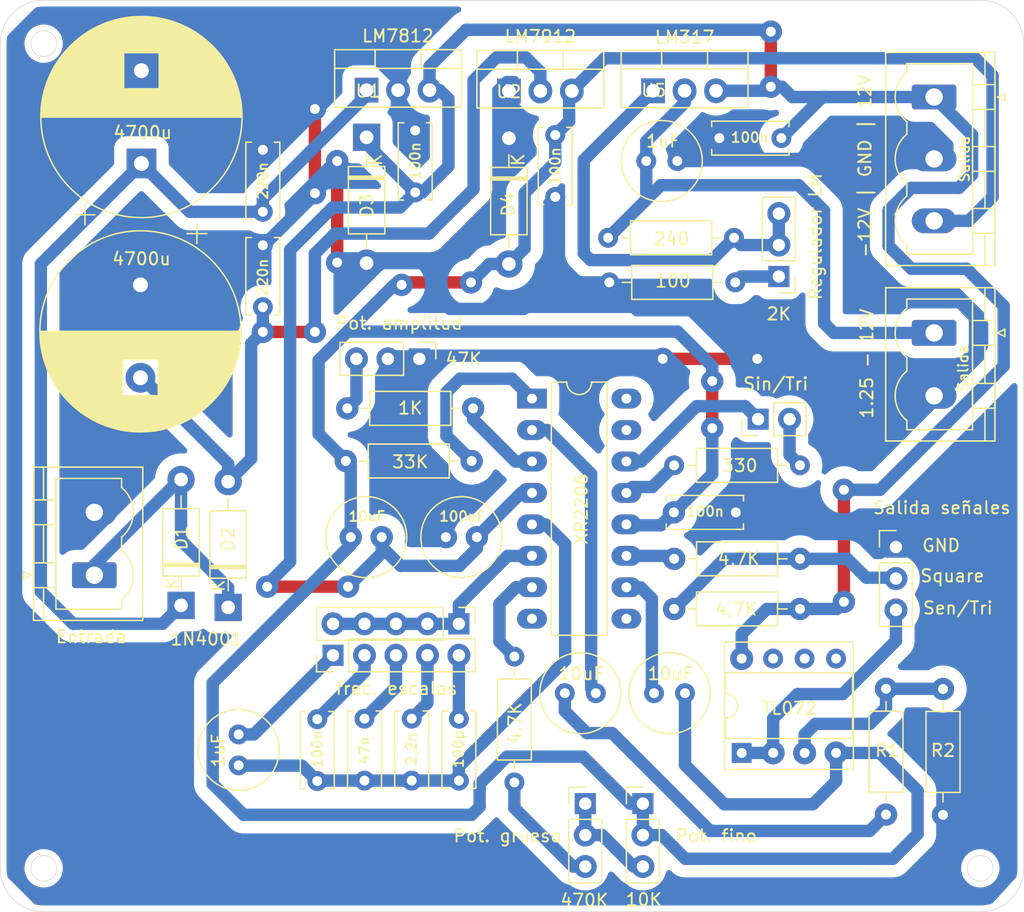
<source format=kicad_pcb>
(kicad_pcb (version 20240108) (generator "pcbnew") (generator_version "8.0")
  (layers (0 "F.Cu" signal) (31 "B.Cu" signal) (34 "B.Paste" user) (35 "F.Paste" user) (36 "B.SilkS" user "B.Silkscreen") (37 "F.SilkS" user "F.Silkscreen") (38 "B.Mask" user) (39 "F.Mask" user) (44 "Edge.Cuts" user))
  (net 0 "")
  (net 1 "GND")
  (net 2 "+12")
  (net 3 "Net-(J1-Pin_5)")
  (net 4 "Net-(U3-TC1)")
  (net 5 "Net-(J1-Pin_4)")
  (net 6 "Net-(J1-Pin_3)")
  (net 7 "Net-(J1-Pin_2)")
  (net 8 "Net-(J1-Pin_1)")
  (net 9 "Net-(D1-K)")
  (net 10 "Net-(D2-A)")
  (net 11 "-12")
  (net 12 "Net-(U3-BIAS)")
  (net 13 "Net-(C16-Pad1)")
  (net 14 "Net-(U3-STO)")
  (net 15 "+5")
  (net 16 "Net-(D1-A)")
  (net 17 "Net-(J2-Pin_1)")
  (net 18 "Net-(J4-Pin_3)")
  (net 19 "Net-(J5-Pin_1)")
  (net 20 "Net-(J5-Pin_2)")
  (net 21 "Net-(J6-Pin_1)")
  (net 22 "Net-(J6-Pin_3)")
  (net 23 "out sine tri")
  (net 24 "SQUARE OUT")
  (net 25 "Net-(J10-Pin_2)")
  (net 26 "Net-(J10-Pin_1)")
  (net 27 "Net-(U3-MO)")
  (net 28 "Net-(U3-AMSI)")
  (net 29 "Net-(U3-WAVEA1)")
  (net 30 "Net-(U3-SYNCO)")
  (net 31 "Net-(U3-TR1)")
  (net 36 "Net-(U4A-+)")
  (footprint "Connector_PinHeader_2.54mm:PinHeader_1x03_P2.54mm_Vertical" (layer "F.Cu") (at 151.675 83.675)
    (property "Reference" "J7" (hide yes))
    (property "Value" "10K")
  )
  (footprint "Capacitor_THT:C_Radial_D6.3mm_H11.0mm_P2.50mm" (layer "F.Cu") (at 130.595 62.155 180)
    (property "Reference" "C9" (hide yes))
    (property "Value" "10uF")
  )
  (footprint "Package_TO_SOT_THT:TO-220-3_Vertical" (layer "F.Cu") (at 152.5 26.1048)
    (property "Reference" "U5")
    (property "Value" "LM317")
  )
  (footprint "Connector_PinHeader_2.54mm:PinHeader_1x05_P2.54mm_Vertical" (layer "F.Cu") (at 126.665 71.695 90)
    (property "Reference" "J1" (hide yes))
    (property "Value" "Conn_01x05" (hide yes))
  )
  (footprint "Diode_THT:D_DO-41_SOD81_P10.16mm_Horizontal" (layer "F.Cu") (at 114.4 67.66 90)
    (property "Reference" "D1")
    (property "Value" "1N4001")
  )
  (footprint "Package_DIP:DIP-16_W7.62mm_LongPads" (layer "F.Cu") (at 142.725 50.965)
    (property "Reference" "U3" (hide yes))
    (property "Value" "XR2206")
  )
  (footprint "Package_TO_SOT_THT:TO-220-3_Vertical" (layer "F.Cu") (at 140.86 26.125)
    (property "Reference" "U2")
    (property "Value" "LM7912")
  )
  (footprint "Diode_THT:D_DO-41_SOD81_P10.16mm_Horizontal" (layer "F.Cu") (at 129.375 29.865 -90)
    (property "Reference" "D3")
    (property "Value" "1N4001" (hide yes))
  )
  (footprint "Connector_Phoenix_MSTB:PhoenixContact_MSTBVA_2,5_2-G-5,08_1x02_P5.08mm_Vertical" (layer "F.Cu") (at 107.4 65.23 90)
    (property "Reference" "J3" (hide yes))
    (property "Value" "IN" (hide yes))
  )
  (footprint "Resistor_THT:R_Axial_DIN0207_L6.3mm_D2.5mm_P10.16mm_Horizontal" (layer "F.Cu") (at 127.695 56.005)
    (property "Reference" "R2" (hide yes))
    (property "Value" "33K")
  )
  (footprint "Capacitor_THT:C_Disc_D6.0mm_W2.5mm_P5.00mm" (layer "F.Cu") (at 162.85 29.93 180)
    (property "Reference" "C17" (hide yes))
    (property "Value" "100n")
  )
  (footprint "Capacitor_THT:C_Radial_D6.3mm_H11.0mm_P2.50mm" (layer "F.Cu") (at 152.575 74.755)
    (property "Reference" "C13" (hide yes))
    (property "Value" "10uF")
  )
  (footprint "Capacitor_THT:C_Disc_D6.0mm_W2.5mm_P5.00mm" (layer "F.Cu") (at 133.295 34.31 90)
    (property "Reference" "C14" (hide yes))
    (property "Value" "100n")
  )
  (footprint "Capacitor_THT:C_Disc_D6.0mm_W2.5mm_P5.00mm" (layer "F.Cu") (at 133.015 81.815 90)
    (property "Reference" "C3" (hide yes))
    (property "Value" "2,2n")
  )
  (footprint "Capacitor_THT:C_Radial_D6.3mm_H11.0mm_P2.50mm" (layer "F.Cu") (at 119.045 78.085 -90)
    (property "Reference" "C6" (hide yes))
    (property "Value" "1uF")
  )
  (footprint "Connector_PinHeader_2.54mm:PinHeader_1x03_P2.54mm_Vertical" (layer "F.Cu") (at 162.65 41.105 180)
    (property "Reference" "J10" (hide yes))
    (property "Value" "Regulador 2K" (hide yes))
  )
  (footprint "Connector_PinHeader_2.54mm:PinHeader_1x03_P2.54mm_Vertical" (layer "F.Cu") (at 133.635 47.754998 -90)
    (property "Reference" "J4" (hide yes))
    (property "Value" "Amplitud 47K" (hide yes))
  )
  (footprint "Connector_PinHeader_2.54mm:PinHeader_1x02_P2.54mm_Vertical" (layer "F.Cu") (at 160.975 52.63 90)
    (property "Reference" "J5" (hide yes))
    (property "Value" "Sin/Tri")
  )
  (footprint "Resistor_THT:R_Axial_DIN0207_L6.3mm_D2.5mm_P10.16mm_Horizontal" (layer "F.Cu") (at 154.195 67.955)
    (property "Reference" "R5" (hide yes))
    (property "Value" "4,7K")
  )
  (footprint "Connector_PinHeader_2.54mm:PinHeader_1x05_P2.54mm_Vertical" (layer "F.Cu") (at 136.825 69.155 -90)
    (property "Reference" "J2" (hide yes))
    (property "Value" "Conn_01x05" (hide yes))
  )
  (footprint "Resistor_THT:R_Axial_DIN0207_L6.3mm_D2.5mm_P10.16mm_Horizontal" (layer "F.Cu") (at 171.3 84.56 90)
    (property "Reference" "R10" (hide yes))
    (property "Value" "algo" (hide yes))
  )
  (footprint "Resistor_THT:R_Axial_DIN0207_L6.3mm_D2.5mm_P10.16mm_Horizontal" (layer "F.Cu") (at 164.355 56.355 180)
    (property "Reference" "R3" (hide yes))
    (property "Value" "330")
  )
  (footprint "Capacitor_THT:C_Radial_D6.3mm_H11.0mm_P2.50mm" (layer "F.Cu") (at 145.375 74.755)
    (property "Reference" "C16" (hide yes))
    (property "Value" "10uF")
  )
  (footprint "Capacitor_THT:C_Radial_D6.3mm_H11.0mm_P2.50mm" (layer "F.Cu") (at 154.45 31.78 180)
    (property "Reference" "C18" (hide yes))
    (property "Value" "1uF")
  )
  (footprint "Diode_THT:D_DO-41_SOD81_P10.16mm_Horizontal" (layer "F.Cu") (at 118.2 67.83 90)
    (property "Reference" "D2")
    (property "Value" "1N4001")
  )
  (footprint "Capacitor_THT:C_Disc_D6.0mm_W2.5mm_P5.00mm" (layer "F.Cu") (at 125.395 76.855 -90)
    (property "Reference" "C5" (hide yes))
    (property "Value" "100n")
  )
  (footprint "Resistor_THT:R_Axial_DIN0207_L6.3mm_D2.5mm_P10.16mm_Horizontal" (layer "F.Cu") (at 154.195 63.905)
    (property "Reference" "R4" (hide yes))
    (property "Value" "4,7K")
  )
  (footprint "Capacitor_THT:C_Radial_D6.3mm_H11.0mm_P2.50mm" (layer "F.Cu") (at 138.275 62.155 180)
    (property "Reference" "C1" (hide yes))
    (property "Value" "100uF")
  )
  (footprint "Resistor_THT:R_Axial_DIN0207_L6.3mm_D2.5mm_P10.16mm_Horizontal" (layer "F.Cu") (at 175.9 74.42 -90)
    (property "Reference" "R9" (hide yes))
    (property "Value" "algo" (hide yes))
  )
  (footprint "Capacitor_THT:C_Disc_D6.0mm_W2.5mm_P5.00mm" (layer "F.Cu") (at 121 38.58 -90)
    (property "Reference" "C11" (hide yes))
    (property "Value" "220n")
  )
  (footprint "Capacitor_THT:C_Disc_D6.0mm_W2.5mm_P5.00mm" (layer "F.Cu") (at 154.175 60.155)
    (property "Reference" "C12" (hide yes))
    (property "Value" "100n")
  )
  (footprint "Capacitor_THT:C_Disc_D6.0mm_W2.5mm_P5.00mm" (layer "F.Cu") (at 144.6 34.68 90)
    (property "Reference" "C15" (hide yes))
    (property "Value" "100n")
  )
  (footprint "Capacitor_THT:CP_Radial_D16.0mm_P7.50mm" (layer "F.Cu") (at 111.125 41.782246 -90)
    (property "Reference" "C8" (hide yes))
    (property "Value" "4700u")
  )
  (footprint "Capacitor_THT:C_Disc_D6.0mm_W2.5mm_P5.00mm" (layer "F.Cu") (at 136.825 76.815 -90)
    (property "Reference" "C2" (hide yes))
    (property "Value" "100p")
  )
  (footprint "Package_DIP:DIP-8_W7.62mm_Socket" (layer "F.Cu") (at 159.65 79.58 90)
    (property "Reference" "U4" (hide yes))
    (property "Value" "TL072")
  )
  (footprint "Capacitor_THT:C_Disc_D6.0mm_W2.5mm_P5.00mm" (layer "F.Cu") (at 129.205 76.815 -90)
    (property "Reference" "C4" (hide yes))
    (property "Value" "47n")
  )
  (footprint "Connector_Phoenix_MSTB:PhoenixContact_MSTBVA_2,5_3-G_1x03_P5.00mm_Vertical" (layer "F.Cu") (at 175.1822 26.61 -90)
    (property "Reference" "J8" (hide yes))
    (property "Value" "Conn_01x03" (hide yes))
  )
  (footprint "Connector_Phoenix_MSTB:PhoenixContact_MSTBVA_2,5_2-G-5,08_1x02_P5.08mm_Vertical" (layer "F.Cu") (at 175.1822 45.66 -90)
    (property "Reference" "J11" (hide yes))
    (property "Value" "1.25 - 12V")
  )
  (footprint "Package_TO_SOT_THT:TO-220-3_Vertical" (layer "F.Cu") (at 129.375 26.055)
    (property "Reference" "U1")
    (property "Value" "LM7812")
  )
  (footprint "Connector_PinHeader_2.54mm:PinHeader_1x03_P2.54mm_Vertical" (layer "F.Cu") (at 147.025 83.675)
    (property "Reference" "J6" (hide yes))
    (property "Value" "470K")
  )
  (footprint "Resistor_THT:R_Axial_DIN0207_L6.3mm_D2.5mm_P10.16mm_Horizontal" (layer "F.Cu") (at 159.03 37.98 180)
    (property "Reference" "R8" (hide yes))
    (property "Value" "240")
  )
  (footprint "Resistor_THT:R_Axial_DIN0207_L6.3mm_D2.5mm_P10.16mm_Horizontal" (layer "F.Cu") (at 148.97 41.58)
    (property "Reference" "R7" (hide yes))
    (property "Value" "100")
  )
  (footprint "Capacitor_THT:C_Disc_D6.0mm_W2.5mm_P5.00mm" (layer "F.Cu") (at 121 35.88 90)
    (property "Reference" "C10" (hide yes))
    (property "Value" "220n")
  )
  (footprint "Connector_PinHeader_2.54mm:PinHeader_1x03_P2.54mm_Vertical" (layer "F.Cu") (at 172.1 62.955)
    (property "Reference" "J9" (hide yes))
    (property "Value" "OUTS" (hide yes))
  )
  (footprint "Diode_THT:D_DO-41_SOD81_P10.16mm_Horizontal" (layer "F.Cu") (at 140.86 29.935 -90)
    (property "Reference" "D4")
    (property "Value" "1N4001" (hide yes))
  )
  (footprint "Capacitor_THT:CP_Radial_D16.0mm_P7.50mm" (layer "F.Cu") (at 111.2 31.98 90)
    (property "Reference" "C7" (hide yes))
    (property "Value" "4700u")
  )
  (footprint "Resistor_THT:R_Axial_DIN0207_L6.3mm_D2.5mm_P10.16mm_Horizontal" (layer "F.Cu") (at 141.3 71.8 -90)
    (property "Reference" "R6" (hide yes))
    (property "Value" "4,7K")
  )
  (footprint "Resistor_THT:R_Axial_DIN0207_L6.3mm_D2.5mm_P10.16mm_Horizontal" (layer "F.Cu") (at 127.815 51.755)
    (property "Reference" "R1" (hide yes))
    (property "Value" "1K")
  )
  (gr_circle (center 178.91 88.9) (end 179.95 88.98) (stroke (width 0.05)) (fill none) (layer "Edge.Cuts"))
  (gr_arc (start 182.41 88.9) (mid 181.384874 91.374874) (end 178.91 92.4) (stroke (width 0.05)) (layer "Edge.Cuts"))
  (gr_line (start 99.81 88.9) (end 99.81 22.3) (stroke (width 0.05)) (layer "Edge.Cuts"))
  (gr_arc (start 99.81 22.3) (mid 100.835126 19.825126) (end 103.31 18.8) (stroke (width 0.05)) (layer "Edge.Cuts"))
  (gr_line (start 103.31 18.8) (end 178.91 18.8) (stroke (width 0.05)) (layer "Edge.Cuts"))
  (gr_arc (start 178.91 18.8) (mid 181.384874 19.825126) (end 182.41 22.3) (stroke (width 0.05)) (layer "Edge.Cuts"))
  (gr_line (start 182.41 22.3) (end 182.41 88.9) (stroke (width 0.05)) (layer "Edge.Cuts"))
  (gr_arc (start 103.31 92.4) (mid 100.835126 91.374874) (end 99.81 88.9) (stroke (width 0.05)) (layer "Edge.Cuts"))
  (gr_line (start 178.91 92.4) (end 103.31 92.4) (stroke (width 0.05)) (layer "Edge.Cuts"))
  (gr_circle (center 103.31 22.3) (end 104.35 22.38) (stroke (width 0.05)) (fill none) (layer "Edge.Cuts"))
  (gr_circle (center 103.31 88.9) (end 104.35 88.98) (stroke (width 0.05)) (fill none) (layer "Edge.Cuts"))
  (gr_text "Sen/Tri" (at 177.1 67.88 0) (layer "F.SilkS") (effects (font (size 1 1))))
  (gr_text "Square" (at 176.65 65.28 0) (layer "F.SilkS") (effects (font (size 1 1))))
  (gr_text "Pot. grueso" (at 136.3 86.28 0) (layer "F.SilkS") (effects (font (size 1 1)) (justify left)))
  (gr_text "47K" (at 137.2 47.78 0) (layer "F.SilkS") (effects (font (size 1 1))))
  (gr_text "Entrada" (at 104.2 70.78 0) (layer "F.SilkS") (effects (font (size 1 1)) (justify left bottom)))
  (gr_text "R1" (at 171.4 79.38 0) (layer "F.SilkS") (effects (font (size 1 1))))
  (gr_text "2K\n" (at 162.65 44.13 0) (layer "F.SilkS") (effects (font (size 1 1))))
  (gr_text "Salida" (at 178 50.48 90) (layer "F.SilkS") (effects (font (size 0.8 0.8)) (justify left bottom)))
  (gr_text "-12V | GND | 12V" (at 169.6 32.18 90) (layer "F.SilkS") (effects (font (size 1 1))))
  (gr_text "Regulador LM" (at 165.6 37.88 90) (layer "F.SilkS") (effects (font (size 1 1))))
  (gr_text "Salida" (at 178.1 33.58 90) (layer "F.SilkS") (effects (font (size 0.8 0.8)) (justify left bottom)))
  (gr_text "Salida señales" (at 175.8 59.78 0) (layer "F.SilkS") (effects (font (size 1 1))))
  (gr_text "Pot. fino\n" (at 154.2 86.28 0) (layer "F.SilkS") (effects (font (size 1 1)) (justify left)))
  (gr_text "GND" (at 175.75 62.83 0) (layer "F.SilkS") (effects (font (size 1 1))))
  (gr_text "Pot. amplitud" (at 132 44.88 0) (layer "F.SilkS") (effects (font (size 1 1))))
  (gr_text "R2" (at 175.9 79.38 0) (layer "F.SilkS") (effects (font (size 1 1))))
  (gr_text "frec. escalas" (at 131.8 74.38 0) (layer "F.SilkS") (effects (font (size 1 1))))
  (segment (start 127 39.98) (end 127 31.78) (width 1) (layer "F.Cu") (net 1))
  (segment (start 125.2 34.38) (end 125.2 27.58) (width 1) (layer "F.Cu") (net 1))
  (segment (start 153.275 47.755) (end 160.91 47.755) (width 1) (layer "F.Cu") (net 1))
  (via (at 127 39.98) (size 1.8) (drill 0.8) (layers "F.Cu" "B.Cu") (net 1))
  (via (at 160.91 47.755) (size 1.8) (drill 0.8) (layers "F.Cu" "B.Cu") (net 1))
  (via (at 153.275 47.755) (size 1.8) (drill 0.8) (layers "F.Cu" "B.Cu") (net 1))
  (via (at 125.2 34.38) (size 1.8) (drill 0.8) (layers "F.Cu" "B.Cu") (net 1))
  (via (at 127 31.78) (size 1.8) (drill 0.8) (layers "F.Cu" "B.Cu") (net 1))
  (via (at 125.2 27.58) (size 1.8) (drill 0.8) (layers "F.Cu" "B.Cu") (net 1))
  (segment (start 107.4 60.15) (end 107.4 45.507246) (width 1) (layer "B.Cu") (net 1))
  (segment (start 159.42 43.83) (end 163.345 47.755) (width 1) (layer "B.Cu") (net 1))
  (segment (start 168.45 43.18) (end 177.25 43.18) (width 1) (layer "B.Cu") (net 1))
  (segment (start 160.91 47.755) (end 163.345 47.755) (width 1) (layer "B.Cu") (net 1))
  (segment (start 140.13 32.45) (end 140.86 31.72) (width 1) (layer "B.Cu") (net 1))
  (segment (start 168.45 34.18) (end 168.45 43.18) (width 1) (layer "B.Cu") (net 1))
  (segment (start 175.1822 31.61) (end 171.02 31.61) (width 1) (layer "B.Cu") (net 1))
  (segment (start 127.045 40.025) (end 127 39.98) (width 1) (layer "B.Cu") (net 1))
  (segment (start 131.095 47.754998) (end 133.635 47.754998) (width 1) (layer "B.Cu") (net 1))
  (segment (start 136.09 43.72) (end 134.71 42.34) (width 1) (layer "B.Cu") (net 1))
  (segment (start 148.97 41.58) (end 145 41.58) (width 1) (layer "B.Cu") (net 1))
  (segment (start 125.2 34.47) (end 125.2 34.38) (width 1) (layer "B.Cu") (net 1))
  (segment (start 142.06 43.72) (end 136.09 43.72) (width 1) (layer "B.Cu") (net 1))
  (segment (start 177.25 43.18) (end 179.05 44.98) (width 1) (layer "B.Cu") (net 1))
  (segment (start 132.87 40.025) (end 135.865 40.025) (width 1) (layer "B.Cu") (net 1))
  (segment (start 133.295 29.31) (end 133.295 29.025) (width 1) (layer "B.Cu") (net 1))
  (segment (start 122.2 23.78) (end 111.9 23.78) (width 1) (layer "B.Cu") (net 1))
  (segment (start 117.6 30.88) (end 111.2 24.48) (width 1) (layer "B.Cu") (net 1))
  (segment (start 121 30.88) (end 117.6 30.88) (width 1) (layer "B.Cu") (net 1))
  (segment (start 175.1822 50.5478) (end 175.1822 50.74) (width 1) (layer "B.Cu") (net 1))
  (segment (start 157.85 29.93) (end 159.53 31.61) (width 1) (layer "B.Cu") (net 1))
  (segment (start 111.9 23.78) (end 111.2 24.48) (width 1) (layer "B.Cu") (net 1))
  (segment (start 133.635 60.015) (end 135.775 62.155) (width 1) (layer "B.Cu") (net 1))
  (segment (start 121 38.58) (end 121.09 38.58) (width 1) (layer "B.Cu") (net 1))
  (segment (start 133.635 47.754998) (end 133.635 60.015) (width 1) (layer "B.Cu") (net 1))
  (segment (start 163.345 47.755) (end 166.33 50.74) (width 1) (layer "B.Cu") (net 1))
  (segment (start 133.295 29.025) (end 131.915 27.645) (width 1) (layer "B.Cu") (net 1))
  (segment (start 159.53 31.61) (end 175.1822 31.61) (width 1) (layer "B.Cu") (net 1))
  (segment (start 127 32.58) (end 125.2 34.38) (width 1) (layer "B.Cu") (net 1))
  (segment (start 156.35 31.78) (end 154.45 31.78) (width 1) (layer "B.Cu") (net 1))
  (segment (start 125.2 26.78) (end 122.2 23.78) (width 1) (layer "B.Cu") (net 1))
  (segment (start 133.889998 47.5) (end 153.02 47.5) (width 1) (layer "B.Cu") (net 1))
  (segment (start 129.8725 23.2) (end 122.78 23.2) (width 1) (layer "B.Cu") (net 1))
  (segment (start 153.02 47.5) (end 153.275 47.755) (width 1) (layer "B.Cu") (net 1))
  (segment (start 129.375 40.025) (end 132.87 40.025) (width 1) (layer "B.Cu") (net 1))
  (segment (start 145 41.58) (end 144.6 41.18) (width 1) (layer "B.Cu") (net 1))
  (segment (start 151.22 43.83) (end 159.42 43.83) (width 1) (layer "B.Cu") (net 1))
  (segment (start 170.025 60.88) (end 172.1 62.955) (width 1) (layer "B.Cu") (net 1))
  (segment (start 133.635 47.754998) (end 133.889998 47.5) (width 1) (layer "B.Cu") (net 1))
  (segment (start 135.865 40.025) (end 140.13 35.76) (width 1) (layer "B.Cu") (net 1))
  (segment (start 166.33 50.74) (end 175.1822 50.74) (width 1) (layer "B.Cu") (net 1))
  (segment (start 122.78 23.2) (end 122.2 23.78) (width 1) (layer "B.Cu") (net 1))
  (segment (start 159.175 60.155) (end 159.9 60.88) (width 1) (layer "B.Cu") (net 1))
  (segment (start 144.6 41.18) (end 142.06 43.72) (width 1) (layer "B.Cu") (net 1))
  (segment (start 140.86 31.72) (end 140.86 29.935) (width 1) (layer "B.Cu") (net 1))
  (segment (start 140.13 35.76) (end 140.13 32.45) (width 1) (layer "B.Cu") (net 1))
  (segment (start 144.6 34.68) (end 144.6 41.18) (width 1) (layer "B.Cu") (net 1))
  (segment (start 114.327246 38.58) (end 111.125 41.782246) (width 1) (layer "B.Cu") (net 1))
  (segment (start 131.915 25.2425) (end 129.8725 23.2) (width 1) (layer "B.Cu") (net 1))
  (segment (start 121 38.58) (end 114.327246 38.58) (width 1) (layer "B.Cu") (net 1))
  (segment (start 148.97 41.58) (end 151.22 43.83) (width 1) (layer "B.Cu") (net 1))
  (segment (start 107.4 45.507246) (end 111.125 41.782246) (width 1) (layer "B.Cu") (net 1))
  (segment (start 179.05 44.98) (end 179.05 46.68) (width 1) (layer "B.Cu") (net 1))
  (segment (start 157.85 30.28) (end 156.35 31.78) (width 1) (layer "B.Cu") (net 1))
  (segment (start 121.09 38.58) (end 125.2 34.47) (width 1) (layer "B.Cu") (net 1))
  (segment (start 125.2 27.58) (end 125.2 26.78) (width 1) (layer "B.Cu") (net 1))
  (segment (start 131.915 27.645) (end 131.915 26.055) (width 1) (layer "B.Cu") (net 1))
  (segment (start 159.9 60.88) (end 170.025 60.88) (width 1) (layer "B.Cu") (net 1))
  (segment (start 127 31.78) (end 127 32.58) (width 1) (layer "B.Cu") (net 1))
  (segment (start 157.85 29.93) (end 157.85 30.28) (width 1) (layer "B.Cu") (net 1))
  (segment (start 134.71 42.34) (end 134.71 40.025) (width 1) (layer "B.Cu") (net 1))
  (segment (start 134.71 40.025) (end 132.87 40.025) (width 1) (layer "B.Cu") (net 1))
  (segment (start 140.86 26.125) (end 140.86 29.935) (width 1) (layer "B.Cu") (net 1))
  (segment (start 171.02 31.61) (end 168.45 34.18) (width 1) (layer "B.Cu") (net 1))
  (segment (start 129.375 40.025) (end 127.045 40.025) (width 1) (layer "B.Cu") (net 1))
  (segment (start 179.05 46.68) (end 175.1822 50.5478) (width 1) (layer "B.Cu") (net 1))
  (segment (start 131.915 26.055) (end 131.915 25.2425) (width 1) (layer "B.Cu") (net 1))
  (segment (start 167.9 67.38) (end 167.9 58.33) (width 1) (layer "F.Cu") (net 2))
  (segment (start 127.875 66.155) (end 121.35 66.155) (width 1) (layer "F.Cu") (net 2))
  (segment (start 162 21.33) (end 162 25.78) (width 1) (layer "F.Cu") (net 2))
  (via (at 121.35 66.155) (size 1.8) (drill 0.8) (layers "F.Cu" "B.Cu") (net 2))
  (via (at 167.9 67.38) (size 1.8) (drill 0.8) (layers "F.Cu" "B.Cu") (net 2))
  (via (at 167.9 58.33) (size 1.8) (drill 0.8) (layers "F.Cu" "B.Cu") (net 2))
  (via (at 162 25.78) (size 1.8) (drill 0.8) (layers "F.Cu" "B.Cu") (net 2))
  (via (at 162 21.33) (size 1.8) (drill 0.8) (layers "F.Cu" "B.Cu") (net 2))
  (via (at 127.875 66.155) (size 1.8) (drill 0.8) (layers "F.Cu" "B.Cu") (net 2))
  (segment (start 166.5 26.61) (end 175.1822 26.61) (width 1) (layer "B.Cu") (net 2))
  (segment (start 164.355 67.955) (end 167.325 67.955) (width 1) (layer "B.Cu") (net 2))
  (segment (start 129.375 29.865) (end 129.375 30.39) (width 1) (layer "B.Cu") (net 2))
  (segment (start 173.35 40.48) (end 171.5 38.63) (width 1) (layer "B.Cu") (net 2))
  (segment (start 138.275 63.065) (end 136.87 64.47) (width 1) (layer "B.Cu") (net 2))
  (segment (start 121.35 66.155) (end 121.35 65.99) (width 1) (layer "B.Cu") (net 2))
  (segment (start 141.845 58.585) (end 138.275 62.155) (width 1) (layer "B.Cu") (net 2))
  (segment (start 159.65 71.96) (end 159.65 69.98) (width 1) (layer "B.Cu") (net 2))
  (segment (start 134.455 24.135) (end 134.455 26.055) (width 1) (layer "B.Cu") (net 2))
  (segment (start 130.595 62.155) (end 130.595 63.435) (width 1) (layer "B.Cu") (net 2))
  (segment (start 166.17 26.61) (end 166.5 26.61) (width 1) (layer "B.Cu") (net 2))
  (segment (start 135.98 32.2) (end 133.87 34.31) (width 1) (layer "B.Cu") (net 2))
  (segment (start 142.725 58.585) (end 141.845 58.585) (width 1) (layer "B.Cu") (net 2))
  (segment (start 135.275 26.055) (end 135.98 26.76) (width 1) (layer "B.Cu") (net 2))
  (segment (start 162 25.78) (end 162.9 25.78) (width 1) (layer "B.Cu") (net 2))
  (segment (start 180.8 48.342932) (end 180.8 43.48) (width 1) (layer "B.Cu") (net 2))
  (segment (start 180.8 43.48) (end 177.8 40.48) (width 1) (layer "B.Cu") (net 2))
  (segment (start 162.9 25.78) (end 163.73 26.61) (width 1) (layer "B.Cu") (net 2))
  (segment (start 177.1822 33.9478) (end 178.25 32.88) (width 1) (layer "B.Cu") (net 2))
  (segment (start 177.8 40.48) (end 173.35 40.48) (width 1) (layer "B.Cu") (net 2))
  (segment (start 138.275 62.155) (end 138.275 63.065) (width 1) (layer "B.Cu") (net 2))
  (segment (start 132.075 35.53) (end 133.295 34.31) (width 1) (layer "B.Cu") (net 2))
  (segment (start 123.2 38.96) (end 126.63 35.53) (width 1) (layer "B.Cu") (net 2))
  (segment (start 178.25 29.6778) (end 175.1822 26.61) (width 1) (layer "B.Cu") (net 2))
  (segment (start 167.325 67.955) (end 167.9 67.38) (width 1) (layer "B.Cu") (net 2))
  (segment (start 161.675 67.955) (end 164.355 67.955) (width 1) (layer "B.Cu") (net 2))
  (segment (start 134.455 26.055) (end 135.275 26.055) (width 1) (layer "B.Cu") (net 2))
  (segment (start 171.5 38.63) (end 171.5 35.78) (width 1) (layer "B.Cu") (net 2))
  (segment (start 121.35 65.99) (end 123.2 64.14) (width 1) (layer "B.Cu") (net 2))
  (segment (start 171.5 35.78) (end 173.3322 33.9478) (width 1) (layer "B.Cu") (net 2))
  (segment (start 123.2 64.14) (end 123.2 38.96) (width 1) (layer "B.Cu") (net 2))
  (segment (start 161.6752 26.1048) (end 162 25.78) (width 1) (layer "B.Cu") (net 2))
  (segment (start 163.73 26.61) (end 166.5 26.61) (width 1) (layer "B.Cu") (net 2))
  (segment (start 161.85 21.18) (end 137.41 21.18) (width 1) (layer "B.Cu") (net 2))
  (segment (start 167.9 58.33) (end 170.812932 58.33) (width 1) (layer "B.Cu") (net 2))
  (segment (start 136.87 64.47) (end 132.12 64.47) (width 1) (layer "B.Cu") (net 2))
  (segment (start 132.12 64.47) (end 130.595 62.945) (width 1) (layer "B.Cu") (net 2))
  (segment (start 162 21.33) (end 161.85 21.18) (width 1) (layer "B.Cu") (net 2))
  (segment (start 137.41 21.18) (end 134.455 24.135) (width 1) (layer "B.Cu") (net 2))
  (segment (start 130.595 62.945) (end 130.595 62.155) (width 1) (layer "B.Cu") (net 2))
  (segment (start 162.85 29.93) (end 166.17 26.61) (width 1) (layer "B.Cu") (net 2))
  (segment (start 126.63 35.53) (end 132.075 35.53) (width 1) (layer "B.Cu") (net 2))
  (segment (start 135.98 26.76) (end 135.98 32.2) (width 1) (layer "B.Cu") (net 2))
  (segment (start 133.87 34.31) (end 133.295 34.31) (width 1) (layer "B.Cu") (net 2))
  (segment (start 173.3322 33.9478) (end 177.1822 33.9478) (width 1) (layer "B.Cu") (net 2))
  (segment (start 178.25 32.88) (end 178.25 29.6778) (width 1) (layer "B.Cu") (net 2))
  (segment (start 170.812932 58.33) (end 180.8 48.342932) (width 1) (layer "B.Cu") (net 2))
  (segment (start 159.65 69.98) (end 161.675 67.955) (width 1) (layer "B.Cu") (net 2))
  (segment (start 157.58 26.1048) (end 161.6752 26.1048) (width 1) (layer "B.Cu") (net 2))
  (segment (start 129.375 30.39) (end 133.295 34.31) (width 1) (layer "B.Cu") (net 2))
  (segment (start 130.595 63.435) (end 127.875 66.155) (width 1) (layer "B.Cu") (net 2))
  (segment (start 136.825 76.815) (end 136.825 71.695) (width 1) (layer "B.Cu") (net 3))
  (segment (start 136.825 81.815) (end 136.825 80.68363) (width 1) (layer "B.Cu") (net 4))
  (segment (start 136.825 80.68363) (end 145.4 72.10863) (width 1) (layer "B.Cu") (net 4))
  (segment (start 124.15 80.61) (end 119.07 80.61) (width 1) (layer "B.Cu") (net 4))
  (segment (start 125.395 81.855) (end 124.15 80.61) (width 1) (layer "B.Cu") (net 4))
  (segment (start 145.4 62.7) (end 143.825 61.125) (width 1) (layer "B.Cu") (net 4))
  (segment (start 143.825 61.125) (end 142.725 61.125) (width 1) (layer "B.Cu") (net 4))
  (segment (start 125.435 81.815) (end 125.395 81.855) (width 1) (layer "B.Cu") (net 4))
  (segment (start 145.4 72.10863) (end 145.4 62.7) (width 1) (layer "B.Cu") (net 4))
  (segment (start 136.825 81.815) (end 133.015 81.815) (width 1) (layer "B.Cu") (net 4))
  (segment (start 129.205 81.815) (end 125.435 81.815) (width 1) (layer "B.Cu") (net 4))
  (segment (start 133.015 81.815) (end 129.205 81.815) (width 1) (layer "B.Cu") (net 4))
  (segment (start 119.07 80.61) (end 119.045 80.585) (width 1) (layer "B.Cu") (net 4))
  (segment (start 134.285 75.545) (end 133.015 76.815) (width 1) (layer "B.Cu") (net 5))
  (segment (start 134.285 71.695) (end 134.285 75.545) (width 1) (layer "B.Cu") (net 5))
  (segment (start 131.745 71.695) (end 131.745 74.275) (width 1) (layer "B.Cu") (net 6))
  (segment (start 131.745 74.275) (end 129.205 76.815) (width 1) (layer "B.Cu") (net 6))
  (segment (start 129.205 73.045) (end 125.395 76.855) (width 1) (layer "B.Cu") (net 7))
  (segment (start 129.205 71.695) (end 129.205 73.045) (width 1) (layer "B.Cu") (net 7))
  (segment (start 120.275 78.085) (end 119.045 78.085) (width 1) (layer "B.Cu") (net 8))
  (segment (start 126.665 71.695) (end 120.275 78.085) (width 1) (layer "B.Cu") (net 8))
  (segment (start 121 35.88) (end 121 34.84) (width 1) (layer "B.Cu") (net 9))
  (segment (start 112.91 69.15) (end 105.68 69.15) (width 1) (layer "B.Cu") (net 9))
  (segment (start 115.1 35.88) (end 121 35.88) (width 1) (layer "B.Cu") (net 9))
  (segment (start 103.08 40.1) (end 111.2 31.98) (width 1) (layer "B.Cu") (net 9))
  (segment (start 111.2 31.98) (end 115.1 35.88) (width 1) (layer "B.Cu") (net 9))
  (segment (start 114.4 67.66) (end 112.91 69.15) (width 1) (layer "B.Cu") (net 9))
  (segment (start 105.68 69.15) (end 103.08 66.55) (width 1) (layer "B.Cu") (net 9))
  (segment (start 121 34.84) (end 129.375 26.465) (width 1) (layer "B.Cu") (net 9))
  (segment (start 103.08 66.55) (end 103.08 40.1) (width 1) (layer "B.Cu") (net 9))
  (segment (start 129.375 26.465) (end 129.375 26.055) (width 1) (layer "B.Cu") (net 9))
  (segment (start 125.2 45.58) (end 121 45.58) (width 1) (layer "F.Cu") (net 10))
  (via (at 121 45.58) (size 1.8) (drill 0.8) (layers "F.Cu" "B.Cu") (net 10))
  (via (at 125.2 45.58) (size 1.8) (drill 0.8) (layers "F.Cu" "B.Cu") (net 10))
  (segment (start 111.125 49.282246) (end 111.252246 49.282246) (width 1) (layer "B.Cu") (net 10))
  (segment (start 111.252246 49.282246) (end 118.2 56.23) (width 1) (layer "B.Cu") (net 10))
  (segment (start 134.4 37.64) (end 126.82 37.64) (width 1) (layer "B.Cu") (net 10))
  (segment (start 120.06 55.81) (end 118.2 57.67) (width 1) (layer "B.Cu") (net 10))
  (segment (start 142.22 23.41) (end 139.86 23.41) (width 1) (layer "B.Cu") (net 10))
  (segment (start 139.86 23.41) (end 138.01 25.26) (width 1) (layer "B.Cu") (net 10))
  (segment (start 118.2 56.23) (end 118.2 57.67) (width 1) (layer "B.Cu") (net 10))
  (segment (start 138.01 34.03) (end 134.4 37.64) (width 1) (layer "B.Cu") (net 10))
  (segment (start 120.06 46.52) (end 120.06 55.81) (width 1) (layer "B.Cu") (net 10))
  (segment (start 138.01 25.26) (end 138.01 34.03) (width 1) (layer "B.Cu") (net 10))
  (segment (start 143.4 24.59) (end 142.22 23.41) (width 1) (layer "B.Cu") (net 10))
  (segment (start 143.4 26.125) (end 143.4 24.59) (width 1) (layer "B.Cu") (net 10))
  (segment (start 121 45.58) (end 120.06 46.52) (width 1) (layer "B.Cu") (net 10))
  (segment (start 126.82 37.64) (end 125.2 39.26) (width 1) (layer "B.Cu") (net 10))
  (segment (start 125.2 39.26) (end 125.2 45.58) (width 1) (layer "B.Cu") (net 10))
  (segment (start 121 43.58) (end 121 45.58) (width 1) (layer "B.Cu") (net 10))
  (segment (start 137.8 41.58) (end 132.4 41.58) (width 1) (layer "F.Cu") (net 11))
  (segment (start 157.275 53.355) (end 157.275 49.555) (width 1) (layer "F.Cu") (net 11))
  (segment (start 132.4 41.58) (end 132.2 41.78) (width 1) (layer "F.Cu") (net 11))
  (via (at 157.275 49.555) (size 1.8) (drill 0.8) (layers "F.Cu" "B.Cu") (net 11))
  (via (at 157.275 53.355) (size 1.8) (drill 0.8) (layers "F.Cu" "B.Cu") (net 11))
  (via (at 132.2 41.78) (size 1.8) (drill 0.8) (layers "F.Cu" "B.Cu") (net 11))
  (via (at 137.8 41.58) (size 1.8) (drill 0.8) (layers "F.Cu" "B.Cu") (net 11))
  (segment (start 145.72 26.345) (end 145.94 26.125) (width 1) (layer "B.Cu") (net 11))
  (segment (start 154.175 60.155) (end 157.275 57.055) (width 1) (layer "B.Cu") (net 11))
  (segment (start 150.645 83.675) (end 146.85 79.88) (width 1) (layer "B.Cu") (net 11))
  (segment (start 145.72 28.56) (end 145.72 26.345) (width 1) (layer "B.Cu") (net 11))
  (segment (start 158.25 83.73) (end 165.4 83.73) (width 1) (layer "B.Cu") (net 11))
  (segment (start 125.5 53.81) (end 125.5 47.88) (width 1) (layer "B.Cu") (net 11))
  (segment (start 139.285 40.095) (end 137.8 41.58) (width 1) (layer "B.Cu") (net 11))
  (segment (start 153.185 86.215) (end 155.1 88.13) (width 1) (layer "B.Cu") (net 11))
  (segment (start 128.095 62.155) (end 128.095 56.405) (width 1) (layer "B.Cu") (net 11))
  (segment (start 179.9 24.88) (end 178.5 23.48) (width 1) (layer "B.Cu") (net 11))
  (segment (start 154.475 45.555) (end 157.275 48.355) (width 1) (layer "B.Cu") (net 11))
  (segment (start 140.7 79.88) (end 138.5 82.08) (width 1) (layer "B.Cu") (net 11))
  (segment (start 132.2 41.78) (end 131.6 41.78) (width 1) (layer "B.Cu") (net 11))
  (segment (start 150.42 61.2) (end 150.345 61.125) (width 1) (layer "B.Cu") (net 11))
  (segment (start 167.27 81.86) (end 167.27 79.58) (width 1) (layer "B.Cu") (net 11))
  (segment (start 170.8 79.58) (end 167.27 79.58) (width 1) (layer "B.Cu") (net 11))
  (segment (start 177.97 36.61) (end 179.9 34.68) (width 1) (layer "B.Cu") (net 11))
  (segment (start 179.9 34.68) (end 179.9 24.88) (width 1) (layer "B.Cu") (net 11))
  (segment (start 138.5 82.08) (end 138.5 83.93) (width 1) (layer "B.Cu") (net 11))
  (segment (start 125.5 47.88) (end 127.825 45.555) (width 1) (layer "B.Cu") (net 11))
  (segment (start 119.45 84.58) (end 116.95 82.08) (width 1) (layer "B.Cu") (net 11))
  (segment (start 154.175 60.155) (end 153.13 61.2) (width 1) (layer "B.Cu") (net 11))
  (segment (start 116.95 82.08) (end 116.95 73.93) (width 1) (layer "B.Cu") (net 11))
  (segment (start 173.85 86.13) (end 173.85 82.63) (width 1) (layer "B.Cu") (net 11))
  (segment (start 140.86 40.095) (end 139.285 40.095) (width 1) (layer "B.Cu") (net 11))
  (segment (start 155.075 80.555) (end 158.25 83.73) (width 1) (layer "B.Cu") (net 11))
  (segment (start 144.6 29.68) (end 144.6 31.89) (width 1) (layer "B.Cu") (net 11))
  (segment (start 157.275 48.355) (end 157.275 49.555) (width 1) (layer "B.Cu") (net 11))
  (segment (start 138.5 83.93) (end 137.85 84.58) (width 1) (layer "B.Cu") (net 11))
  (segment (start 144.6 29.68) (end 145.72 28.56) (width 1) (layer "B.Cu") (net 11))
  (segment (start 116.95 73.93) (end 128.095 62.785) (width 1) (layer "B.Cu") (net 11))
  (segment (start 146.85 79.88) (end 140.7 79.88) (width 1) (layer "B.Cu") (net 11))
  (segment (start 131.6 41.78) (end 127.825 45.555) (width 1) (layer "B.Cu") (net 11))
  (segment (start 151.675 86.215) (end 153.185 86.215) (width 1) (layer "B.Cu") (net 11))
  (segment (start 142.13 34.36) (end 142.13 38.825) (width 1) (layer "B.Cu") (net 11))
  (segment (start 173.85 82.63) (end 170.8 79.58) (width 1) (layer "B.Cu") (net 11))
  (segment (start 175.1822 36.61) (end 177.97 36.61) (width 1) (layer "B.Cu") (net 11))
  (segment (start 137.85 84.58) (end 119.45 84.58) (width 1) (layer "B.Cu") (net 11))
  (segment (start 151.675 83.675) (end 150.645 83.675) (width 1) (layer "B.Cu") (net 11))
  (segment (start 157.275 57.055) (end 157.275 53.355) (width 1) (layer "B.Cu") (net 11))
  (segment (start 153.13 61.2) (end 150.42 61.2) (width 1) (layer "B.Cu") (net 11))
  (segment (start 148.585 23.48) (end 145.94 26.125) (width 1) (layer "B.Cu") (net 11))
  (segment (start 178.5 23.48) (end 148.585 23.48) (width 1) (layer "B.Cu") (net 11))
  (segment (start 128.095 56.405) (end 127.695 56.005) (width 1) (layer "B.Cu") (net 11))
  (segment (start 127.695 56.005) (end 125.5 53.81) (width 1) (layer "B.Cu") (net 11))
  (segment (start 165.4 83.73) (end 167.27 81.86) (width 1) (layer "B.Cu") (net 11))
  (segment (start 171.85 88.13) (end 173.85 86.13) (width 1) (layer "B.Cu") (net 11))
  (segment (start 128.095 62.785) (end 128.095 62.155) (width 1) (layer "B.Cu") (net 11))
  (segment (start 155.075 74.755) (end 155.075 80.555) (width 1) (layer "B.Cu") (net 11))
  (segment (start 155.1 88.13) (end 171.85 88.13) (width 1) (layer "B.Cu") (net 11))
  (segment (start 151.675 83.675) (end 151.675 86.215) (width 1) (layer "B.Cu") (net 11))
  (segment (start 144.6 31.89) (end 142.13 34.36) (width 1) (layer "B.Cu") (net 11))
  (segment (start 127.825 45.555) (end 154.475 45.555) (width 1) (layer "B.Cu") (net 11))
  (segment (start 142.13 38.825) (end 140.86 40.095) (width 1) (layer "B.Cu") (net 11))
  (segment (start 150.345 66.205) (end 151.485 66.205) (width 1) (layer "B.Cu") (net 12))
  (segment (start 152.4 74.58) (end 152.575 74.755) (width 1) (layer "B.Cu") (net 12))
  (segment (start 152.4 67.12) (end 152.4 74.58) (width 1) (layer "B.Cu") (net 12))
  (segment (start 151.485 66.205) (end 152.4 67.12) (width 1) (layer "B.Cu") (net 12))
  (segment (start 157.1 85.88) (end 169.98 85.88) (width 1) (layer "B.Cu") (net 13))
  (segment (start 149.2 77.98) (end 157.1 85.88) (width 1) (layer "B.Cu") (net 13))
  (segment (start 145.375 76.205) (end 147.15 77.98) (width 1) (layer "B.Cu") (net 13))
  (segment (start 169.98 85.88) (end 171.3 84.56) (width 1) (layer "B.Cu") (net 13))
  (segment (start 145.375 74.755) (end 145.375 76.205) (width 1) (layer "B.Cu") (net 13))
  (segment (start 147.15 77.98) (end 149.2 77.98) (width 1) (layer "B.Cu") (net 13))
  (segment (start 142.725 53.505) (end 143.965 53.505) (width 1) (layer "B.Cu") (net 14))
  (segment (start 143.965 53.505) (end 147.5 57.04) (width 1) (layer "B.Cu") (net 14))
  (segment (start 147.5 57.04) (end 147.5 74.38) (width 1) (layer "B.Cu") (net 14))
  (segment (start 147.5 74.38) (end 147.875 74.755) (width 1) (layer "B.Cu") (net 14))
  (segment (start 166.3 35.78) (end 164.25 33.73) (width 1) (layer "B.Cu") (net 15))
  (segment (start 155.04 26.1048) (end 155.04 27.09) (width 1) (layer "B.Cu") (net 15))
  (segment (start 175.1822 45.66) (end 167.08 45.66) (width 1) (layer "B.Cu") (net 15))
  (segment (start 151.95 30.18) (end 151.95 31.78) (width 1) (layer "B.Cu") (net 15))
  (segment (start 151.95 31.78) (end 151.95 34.9) (width 1) (layer "B.Cu") (net 15))
  (segment (start 151.95 34.9) (end 148.87 37.98) (width 1) (layer "B.Cu") (net 15))
  (segment (start 164.25 33.73) (end 153.12 33.73) (width 1) (layer "B.Cu") (net 15))
  (segment (start 167.08 45.66) (end 166.3 44.88) (width 1) (layer "B.Cu") (net 15))
  (segment (start 166.3 44.88) (end 166.3 35.78) (width 1) (layer "B.Cu") (net 15))
  (segment (start 155.04 27.09) (end 151.95 30.18) (width 1) (layer "B.Cu") (net 15))
  (segment (start 153.12 33.73) (end 151.95 34.9) (width 1) (layer "B.Cu") (net 15))
  (segment (start 107.4 64.4) (end 114.3 57.5) (width 1) (layer "B.Cu") (net 16))
  (segment (start 118.2 66.23) (end 118.2 67.83) (width 1) (layer "B.Cu") (net 16))
  (segment (start 114.4 57.5) (end 114.4 62.43) (width 1) (layer "B.Cu") (net 16))
  (segment (start 114.4 62.43) (end 118.2 66.23) (width 1) (layer "B.Cu") (net 16))
  (segment (start 107.4 65.23) (end 107.4 64.4) (width 1) (layer "B.Cu") (net 16))
  (segment (start 114.3 57.5) (end 114.4 57.5) (width 1) (layer "B.Cu") (net 16))
  (segment (start 140.765 63.665) (end 142.725 63.665) (width 1) (layer "B.Cu") (net 17))
  (segment (start 129.205 69.155) (end 126.665 69.155) (width 1) (layer "B.Cu") (net 17))
  (segment (start 136.825 67.605) (end 140.765 63.665) (width 1) (layer "B.Cu") (net 17))
  (segment (start 136.825 69.155) (end 136.825 67.605) (width 1) (layer "B.Cu") (net 17))
  (segment (start 136.825 69.155) (end 134.285 69.155) (width 1) (layer "B.Cu") (net 17))
  (segment (start 131.745 69.155) (end 129.205 69.155) (width 1) (layer "B.Cu") (net 17))
  (segment (start 134.285 69.155) (end 131.745 69.155) (width 1) (layer "B.Cu") (net 17))
  (segment (start 128.555 47.754998) (end 128.555 51.015) (width 1) (layer "B.Cu") (net 18))
  (segment (start 128.555 51.015) (end 127.815 51.755) (width 1) (layer "B.Cu") (net 18))
  (segment (start 151.535 56.045) (end 150.345 56.045) (width 1) (layer "B.Cu") (net 19))
  (segment (start 160.975 52.63) (end 159.925 51.58) (width 1) (layer "B.Cu") (net 19))
  (segment (start 159.925 51.58) (end 156 51.58) (width 1) (layer "B.Cu") (net 19))
  (segment (start 156 51.58) (end 151.535 56.045) (width 1) (layer "B.Cu") (net 19))
  (segment (start 163.515 55.515) (end 164.355 56.355) (width 1) (layer "B.Cu") (net 20))
  (segment (start 163.515 52.63) (end 163.515 55.515) (width 1) (layer "B.Cu") (net 20))
  (segment (start 147.025 83.675) (end 147.025 86.215) (width 1) (layer "B.Cu") (net 21))
  (segment (start 148.385 86.215) (end 150.925 88.755) (width 1) (layer "B.Cu") (net 21))
  (segment (start 147.025 86.215) (end 148.385 86.215) (width 1) (layer "B.Cu") (net 21))
  (segment (start 150.925 88.755) (end 151.675 88.755) (width 1) (layer "B.Cu") (net 21))
  (segment (start 141.3 81.96) (end 141.3 84.03) (width 1) (layer "B.Cu") (net 22))
  (segment (start 141.3 84.03) (end 146.025 88.755) (width 1) (layer "B.Cu") (net 22))
  (segment (start 146.025 88.755) (end 147.025 88.755) (width 1) (layer "B.Cu") (net 22))
  (segment (start 162.19 79.58) (end 159.65 79.58) (width 1) (layer "B.Cu") (net 23))
  (segment (start 162.19 76.79) (end 164.15 74.83) (width 1) (layer "B.Cu") (net 23))
  (segment (start 164.15 74.83) (end 167.8 74.83) (width 1) (layer "B.Cu") (net 23))
  (segment (start 167.8 74.83) (end 172.1 70.53) (width 1) (layer "B.Cu") (net 23))
  (segment (start 172.1 70.53) (end 172.1 68.035) (width 1) (layer "B.Cu") (net 23))
  (segment (start 162.19 79.58) (end 162.19 76.79) (width 1) (layer "B.Cu") (net 23))
  (segment (start 164.355 63.905) (end 158.245 63.905) (width 1) (layer "B.Cu") (net 24))
  (segment (start 172.035 65.43) (end 172.1 65.495) (width 1) (layer "B.Cu") (net 24))
  (segment (start 168.175 63.905) (end 169.7 65.43) (width 1) (layer "B.Cu") (net 24))
  (segment (start 169.7 65.43) (end 172.035 65.43) (width 1) (layer "B.Cu") (net 24))
  (segment (start 158.245 63.905) (end 154.195 67.955) (width 1) (layer "B.Cu") (net 24))
  (segment (start 164.355 63.905) (end 168.175 63.905) (width 1) (layer "B.Cu") (net 24))
  (segment (start 146.9 31.7048) (end 146.9 39.23) (width 1) (layer "B.Cu") (net 25))
  (segment (start 147.45 39.78) (end 157.23 39.78) (width 1) (layer "B.Cu") (net 25))
  (segment (start 162.65 36.025) (end 162.65 38.565) (width 1) (layer "B.Cu") (net 25))
  (segment (start 146.9 39.23) (end 147.45 39.78) (width 1) (layer "B.Cu") (net 25))
  (segment (start 157.23 39.78) (end 159.03 37.98) (width 1) (layer "B.Cu") (net 25))
  (segment (start 152.5 26.1048) (end 146.9 31.7048) (width 1) (layer "B.Cu") (net 25))
  (segment (start 159.615 38.565) (end 159.03 37.98) (width 1) (layer "B.Cu") (net 25))
  (segment (start 162.65 38.565) (end 159.615 38.565) (width 1) (layer "B.Cu") (net 25))
  (segment (start 162.65 41.105) (end 159.605 41.105) (width 1) (layer "B.Cu") (net 26))
  (segment (start 159.605 41.105) (end 159.13 41.58) (width 1) (layer "B.Cu") (net 26))
  (segment (start 141.385 56.045) (end 142.725 56.045) (width 1) (layer "B.Cu") (net 27))
  (segment (start 137.975 52.635) (end 141.385 56.045) (width 1) (layer "B.Cu") (net 27))
  (segment (start 137.975 51.755) (end 137.975 52.635) (width 1) (layer "B.Cu") (net 27))
  (segment (start 137.855 56.005) (end 135.82 53.97) (width 1) (layer "B.Cu") (net 28))
  (segment (start 141.12 49.36) (end 142.725 50.965) (width 1) (layer "B.Cu") (net 28))
  (segment (start 135.82 50.45) (end 136.91 49.36) (width 1) (layer "B.Cu") (net 28))
  (segment (start 136.91 49.36) (end 141.12 49.36) (width 1) (layer "B.Cu") (net 28))
  (segment (start 135.82 53.97) (end 135.82 50.45) (width 1) (layer "B.Cu") (net 28))
  (segment (start 152.44 58.11) (end 150.82 58.11) (width 1) (layer "B.Cu") (net 29))
  (segment (start 154.195 56.355) (end 152.44 58.11) (width 1) (layer "B.Cu") (net 29))
  (segment (start 150.82 58.11) (end 150.345 58.585) (width 1) (layer "B.Cu") (net 29))
  (segment (start 150.345 63.665) (end 153.955 63.665) (width 1) (layer "B.Cu") (net 30))
  (segment (start 153.955 63.665) (end 154.195 63.905) (width 1) (layer "B.Cu") (net 30))
  (segment (start 141.425 66.205) (end 140.1 67.53) (width 1) (layer "B.Cu") (net 31))
  (segment (start 140.1 70.6) (end 141.3 71.8) (width 1) (layer "B.Cu") (net 31))
  (segment (start 140.1 67.53) (end 140.1 70.6) (width 1) (layer "B.Cu") (net 31))
  (segment (start 142.725 66.205) (end 141.425 66.205) (width 1) (layer "B.Cu") (net 31))
  (segment (start 164.73 78.1) (end 164.73 79.58) (width 1) (layer "B.Cu") (net 36))
  (segment (start 175.88 74.4) (end 175.9 74.42) (width 1) (layer "B.Cu") (net 36))
  (segment (start 171.3 74.4) (end 171.3 75.93) (width 1) (layer "B.Cu") (net 36))
  (segment (start 171.3 74.4) (end 175.88 74.4) (width 1) (layer "B.Cu") (net 36))
  (segment (start 171.3 75.93) (end 170 77.23) (width 1) (layer "B.Cu") (net 36))
  (segment (start 170 77.23) (end 165.6 77.23) (width 1) (layer "B.Cu") (net 36))
  (segment (start 165.6 77.23) (end 164.73 78.1) (width 1) (layer "B.Cu") (net 36))
  (zone (net 1) (net_name "GND") (layer "B.Cu") (connect_pads yes (clearance 1)) (min_thickness 0.5) (fill yes (thermal_gap 0.5) (thermal_bridge_width 0.5))
    (polygon (pts (xy 99.85 22.18) (xy 99.8 89.03) (xy 103.15 92.38) (xy 179.3 92.38) (xy 182.4 88.98) (xy 182.45 22.18) (xy 179.05 18.78) (xy 103.2 18.83)))
  )
)
</source>
